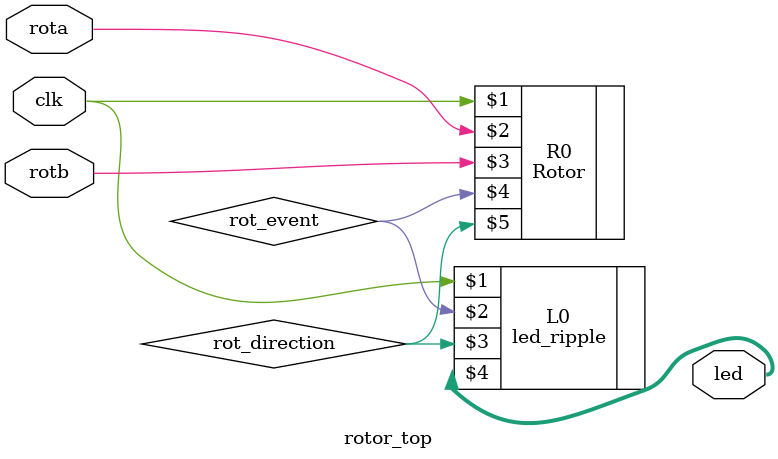
<source format=v>
`timescale 1ns / 1ps
module rotor_top(clk, rota, rotb, led);

input clk, rota, rotb;
output [7:0] led;
wire [7:0] led;
wire rot_event, rot_direction;

Rotor R0(clk, rota, rotb, rot_event, rot_direction);
led_ripple L0(clk, rot_event, rot_direction, led);




endmodule

</source>
